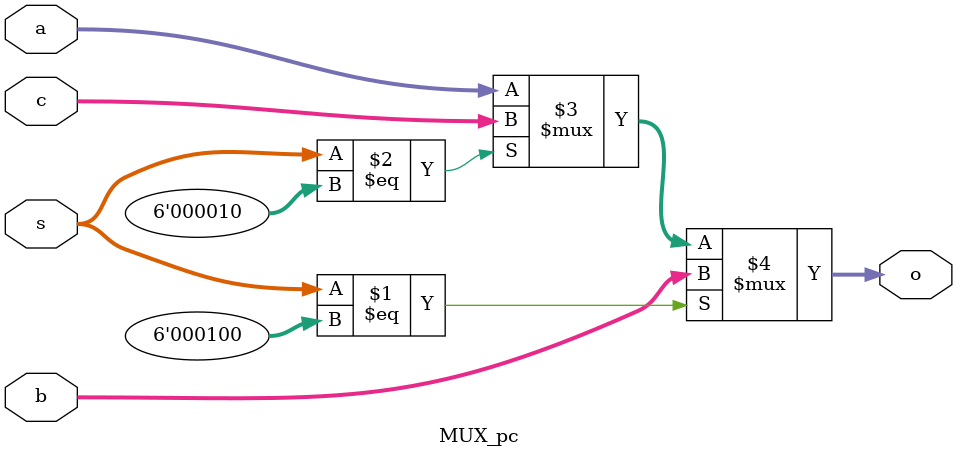
<source format=v>
`timescale 1ns/100ps
module MUX_pc(a, b, c, s, o);

  input [31:0] a;
  input [31:0] b;
  input [31:0] c;
  input [5:0] s;
  
  output [31:0] o;
  
  assign o = (s==6'b000100)?b:
             (s==6'b000010)?c:
			 a;

endmodule

</source>
